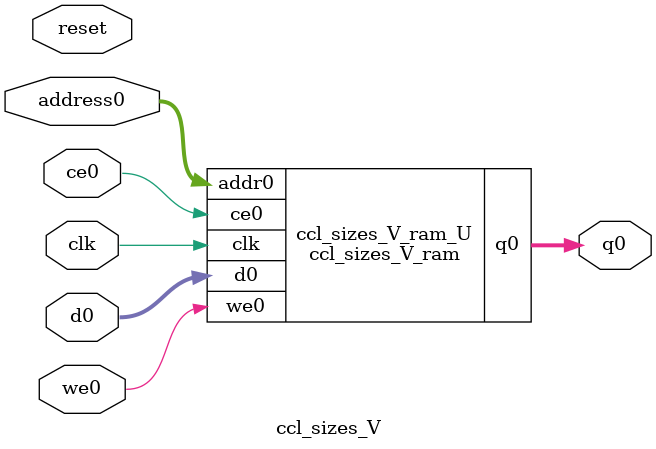
<source format=v>
`timescale 1 ns / 1 ps
module ccl_sizes_V_ram (addr0, ce0, d0, we0, q0,  clk);

parameter DWIDTH = 17;
parameter AWIDTH = 17;
parameter MEM_SIZE = 129600;

input[AWIDTH-1:0] addr0;
input ce0;
input[DWIDTH-1:0] d0;
input we0;
output reg[DWIDTH-1:0] q0;
input clk;

(* ram_style = "block" *)reg [DWIDTH-1:0] ram[0:MEM_SIZE-1];




always @(posedge clk)  
begin 
    if (ce0) 
    begin
        if (we0) 
        begin 
            ram[addr0] <= d0; 
        end 
        q0 <= ram[addr0];
    end
end


endmodule

`timescale 1 ns / 1 ps
module ccl_sizes_V(
    reset,
    clk,
    address0,
    ce0,
    we0,
    d0,
    q0);

parameter DataWidth = 32'd17;
parameter AddressRange = 32'd129600;
parameter AddressWidth = 32'd17;
input reset;
input clk;
input[AddressWidth - 1:0] address0;
input ce0;
input we0;
input[DataWidth - 1:0] d0;
output[DataWidth - 1:0] q0;



ccl_sizes_V_ram ccl_sizes_V_ram_U(
    .clk( clk ),
    .addr0( address0 ),
    .ce0( ce0 ),
    .we0( we0 ),
    .d0( d0 ),
    .q0( q0 ));

endmodule


</source>
